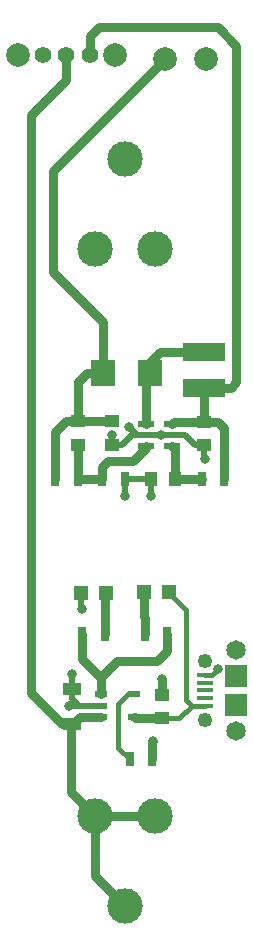
<source format=gtl>
G04 #@! TF.GenerationSoftware,KiCad,Pcbnew,(2017-01-24 revision 0b6147e)-makepkg*
G04 #@! TF.CreationDate,2017-06-20T06:20:51-07:00*
G04 #@! TF.ProjectId,SolderSniffer9000,536F6C646572536E6966666572393030,rev?*
G04 #@! TF.FileFunction,Copper,L1,Top,Signal*
G04 #@! TF.FilePolarity,Positive*
%FSLAX46Y46*%
G04 Gerber Fmt 4.6, Leading zero omitted, Abs format (unit mm)*
G04 Created by KiCad (PCBNEW (2017-01-24 revision 0b6147e)-makepkg) date 06/20/17 06:20:51*
%MOMM*%
%LPD*%
G01*
G04 APERTURE LIST*
%ADD10C,0.100000*%
%ADD11C,3.000000*%
%ADD12R,1.250000X1.000000*%
%ADD13R,1.600000X1.000000*%
%ADD14R,1.000000X1.250000*%
%ADD15R,3.600000X1.500000*%
%ADD16R,1.198880X1.198880*%
%ADD17C,2.000000*%
%ADD18R,0.700000X1.300000*%
%ADD19C,1.400000*%
%ADD20R,1.100000X0.600000*%
%ADD21R,1.400000X0.600000*%
%ADD22R,1.348740X0.398780*%
%ADD23R,1.899920X1.899920*%
%ADD24C,1.650000*%
%ADD25C,1.250000*%
%ADD26R,1.998980X2.301240*%
%ADD27C,0.800000*%
%ADD28C,0.381000*%
%ADD29C,0.508000*%
%ADD30C,0.762000*%
G04 APERTURE END LIST*
D10*
D11*
X156100000Y-110100000D03*
X151020000Y-110100000D03*
X153560000Y-117720000D03*
X156100000Y-62100000D03*
X151020000Y-62100000D03*
X153560000Y-54480000D03*
D12*
X156718000Y-101838000D03*
X156718000Y-99838000D03*
D13*
X149098000Y-102338000D03*
X149098000Y-99338000D03*
D12*
X160274000Y-78724000D03*
X160274000Y-76724000D03*
D14*
X157800000Y-81600000D03*
X155800000Y-81600000D03*
D12*
X149600000Y-76700000D03*
X149600000Y-78700000D03*
X152500000Y-78700000D03*
X152500000Y-76700000D03*
D15*
X160224000Y-70840000D03*
X160224000Y-73890000D03*
D16*
X157259020Y-91186000D03*
X155160980Y-91186000D03*
X149850980Y-91200000D03*
X151949020Y-91200000D03*
D17*
X156950000Y-46024000D03*
X160450000Y-46024000D03*
D18*
X157150000Y-94700000D03*
X155250000Y-94700000D03*
X151850000Y-94700000D03*
X149950000Y-94700000D03*
X153950000Y-105300000D03*
X155850000Y-105300000D03*
X160050000Y-81600000D03*
X161950000Y-81600000D03*
X147650000Y-81600000D03*
X149550000Y-81600000D03*
X153550000Y-81600000D03*
X151650000Y-81600000D03*
D17*
X152690000Y-45720000D03*
X144490000Y-45720000D03*
D19*
X148590000Y-45720000D03*
X150590000Y-45720000D03*
X146590000Y-45720000D03*
D20*
X151540000Y-101720000D03*
X151540000Y-100770000D03*
X151540000Y-99820000D03*
X154340000Y-99820000D03*
X154340000Y-101720000D03*
D21*
X155344000Y-78816000D03*
X155344000Y-77866000D03*
X155344000Y-76916000D03*
X157544000Y-78816000D03*
X157544000Y-76916000D03*
D22*
X160310000Y-100787940D03*
X160310000Y-100137700D03*
X160310000Y-99490000D03*
X160310000Y-98842300D03*
X160310000Y-98192060D03*
D23*
X162984620Y-100688880D03*
X162984620Y-98291120D03*
D24*
X162980000Y-102920000D03*
X162980000Y-96060000D03*
D25*
X160310000Y-96992060D03*
X160310000Y-101992060D03*
D26*
X151660860Y-72644000D03*
X155679140Y-72644000D03*
D27*
X152500000Y-77900000D03*
X153900000Y-77200000D03*
X160300000Y-79900000D03*
X156600000Y-77866000D03*
X155800000Y-83000000D03*
X153600000Y-83000000D03*
X149900000Y-92600000D03*
X149100000Y-98100000D03*
X148800000Y-100800000D03*
X161400000Y-97700000D03*
X156700000Y-98500000D03*
X155900000Y-103800000D03*
D28*
X152500000Y-78700000D02*
X152500000Y-77900000D01*
D29*
X155344000Y-77866000D02*
X154566000Y-77866000D01*
X154566000Y-77866000D02*
X153900000Y-77200000D01*
X160274000Y-78724000D02*
X160274000Y-79874000D01*
X160274000Y-79874000D02*
X160300000Y-79900000D01*
X158666000Y-77866000D02*
X156600000Y-77866000D01*
X155344000Y-77866000D02*
X156600000Y-77866000D01*
X155800000Y-81600000D02*
X155800000Y-83000000D01*
X153550000Y-81600000D02*
X153550000Y-82950000D01*
X153550000Y-82950000D02*
X153600000Y-83000000D01*
X149850980Y-91200000D02*
X149850980Y-92550980D01*
X149850980Y-92550980D02*
X149900000Y-92600000D01*
X149098000Y-99338000D02*
X149098000Y-98102000D01*
X149098000Y-98102000D02*
X149100000Y-98100000D01*
X150000000Y-100770000D02*
X149670000Y-100770000D01*
X151540000Y-100770000D02*
X150000000Y-100770000D01*
X150000000Y-100770000D02*
X148830000Y-100770000D01*
X148830000Y-100770000D02*
X148800000Y-100800000D01*
D28*
X160310000Y-98192060D02*
X160907940Y-98192060D01*
X160907940Y-98192060D02*
X161400000Y-97700000D01*
D30*
X156718000Y-99838000D02*
X156718000Y-98518000D01*
X156718000Y-98518000D02*
X156700000Y-98500000D01*
X155850000Y-105300000D02*
X155850000Y-103850000D01*
X155850000Y-103850000D02*
X155900000Y-103800000D01*
D29*
X149670000Y-100770000D02*
X149098000Y-100198000D01*
X149098000Y-100198000D02*
X149098000Y-99338000D01*
X155800000Y-81600000D02*
X153550000Y-81600000D01*
X154134000Y-77866000D02*
X153300000Y-78700000D01*
X153300000Y-78700000D02*
X152500000Y-78700000D01*
X155344000Y-77866000D02*
X154134000Y-77866000D01*
X159524000Y-78724000D02*
X158666000Y-77866000D01*
X160274000Y-78724000D02*
X159524000Y-78724000D01*
D30*
X160274000Y-78724000D02*
X160024000Y-78724000D01*
X151020000Y-110100000D02*
X151020000Y-115180000D01*
X151020000Y-115180000D02*
X153560000Y-117720000D01*
X145600000Y-50800000D02*
X148590000Y-47810000D01*
X148590000Y-47810000D02*
X148590000Y-45720000D01*
X145600000Y-99700000D02*
X145600000Y-50800000D01*
X148238000Y-102338000D02*
X145600000Y-99700000D01*
X149098000Y-102338000D02*
X148238000Y-102338000D01*
X151020000Y-110100000D02*
X156100000Y-110100000D01*
X149000000Y-108100000D02*
X149000000Y-102436000D01*
X149000000Y-102436000D02*
X149098000Y-102338000D01*
X151000000Y-110100000D02*
X149000000Y-108100000D01*
X151020000Y-110100000D02*
X151000000Y-110100000D01*
X151540000Y-101720000D02*
X149716000Y-101720000D01*
X149716000Y-101720000D02*
X149098000Y-102338000D01*
D28*
X158700000Y-92700000D02*
X158700000Y-100275880D01*
X158700000Y-100275880D02*
X159212060Y-100787940D01*
X157259020Y-91259020D02*
X158700000Y-92700000D01*
X157259020Y-91186000D02*
X157259020Y-91259020D01*
D30*
X156718000Y-101838000D02*
X154458000Y-101838000D01*
X154458000Y-101838000D02*
X154340000Y-101720000D01*
D28*
X159212060Y-100787940D02*
X158162000Y-101838000D01*
X158162000Y-101838000D02*
X156718000Y-101838000D01*
X160310000Y-100787940D02*
X159212060Y-100787940D01*
D30*
X157800000Y-81600000D02*
X157800000Y-79072000D01*
X157800000Y-79072000D02*
X157544000Y-78816000D01*
X160050000Y-81600000D02*
X157800000Y-81600000D01*
X147500000Y-64100000D02*
X147500000Y-55474000D01*
X147500000Y-55474000D02*
X156950000Y-46024000D01*
X151660860Y-68260860D02*
X147500000Y-64100000D01*
X151660860Y-72644000D02*
X151660860Y-68260860D01*
X150356000Y-72644000D02*
X149600000Y-73400000D01*
X149600000Y-73400000D02*
X149600000Y-76700000D01*
X151660860Y-72644000D02*
X150356000Y-72644000D01*
X148600000Y-76700000D02*
X147650000Y-77650000D01*
X147650000Y-77650000D02*
X147650000Y-81600000D01*
X149600000Y-76700000D02*
X148600000Y-76700000D01*
X152500000Y-76700000D02*
X149600000Y-76700000D01*
X152100000Y-80100000D02*
X151650000Y-80550000D01*
X151650000Y-80550000D02*
X151650000Y-81600000D01*
X154200000Y-80100000D02*
X152100000Y-80100000D01*
X155344000Y-78956000D02*
X154200000Y-80100000D01*
X155344000Y-78816000D02*
X155344000Y-78956000D01*
X149550000Y-81600000D02*
X149550000Y-78750000D01*
X149550000Y-78750000D02*
X149600000Y-78700000D01*
X151650000Y-81600000D02*
X149550000Y-81600000D01*
X155344000Y-76916000D02*
X155344000Y-72979140D01*
X155344000Y-72979140D02*
X155679140Y-72644000D01*
X156560000Y-70840000D02*
X155679140Y-71720860D01*
X155679140Y-71720860D02*
X155679140Y-72644000D01*
X160224000Y-70840000D02*
X156560000Y-70840000D01*
X155250000Y-93350000D02*
X155160980Y-93260980D01*
X155160980Y-93260980D02*
X155160980Y-91186000D01*
X155250000Y-94700000D02*
X155250000Y-93350000D01*
X151850000Y-94700000D02*
X151850000Y-91299020D01*
X151850000Y-91299020D02*
X151949020Y-91200000D01*
X156300000Y-97000000D02*
X157150000Y-96150000D01*
X157150000Y-96150000D02*
X157150000Y-94700000D01*
X152900000Y-97000000D02*
X156300000Y-97000000D01*
X151540000Y-98360000D02*
X152900000Y-97000000D01*
X151540000Y-98440000D02*
X151540000Y-98360000D01*
X151540000Y-98440000D02*
X149950000Y-96850000D01*
X149950000Y-96850000D02*
X149950000Y-94700000D01*
X151540000Y-99820000D02*
X151540000Y-98440000D01*
D28*
X153000000Y-100600000D02*
X153000000Y-104350000D01*
X153000000Y-104350000D02*
X153950000Y-105300000D01*
X153780000Y-99820000D02*
X153000000Y-100600000D01*
X154340000Y-99820000D02*
X153780000Y-99820000D01*
D30*
X151400000Y-43300000D02*
X150590000Y-44110000D01*
X150590000Y-44110000D02*
X150590000Y-45720000D01*
X161400000Y-43300000D02*
X151400000Y-43300000D01*
X163000000Y-44900000D02*
X161400000Y-43300000D01*
X163000000Y-73400000D02*
X163000000Y-44900000D01*
X162510000Y-73890000D02*
X163000000Y-73400000D01*
X160224000Y-73890000D02*
X162510000Y-73890000D01*
X160274000Y-76724000D02*
X157736000Y-76724000D01*
X157736000Y-76724000D02*
X157544000Y-76916000D01*
X160274000Y-76724000D02*
X160274000Y-73940000D01*
X160274000Y-73940000D02*
X160224000Y-73890000D01*
X161950000Y-77250000D02*
X161424000Y-76724000D01*
X161424000Y-76724000D02*
X160274000Y-76724000D01*
X161950000Y-81600000D02*
X161950000Y-77250000D01*
M02*

</source>
